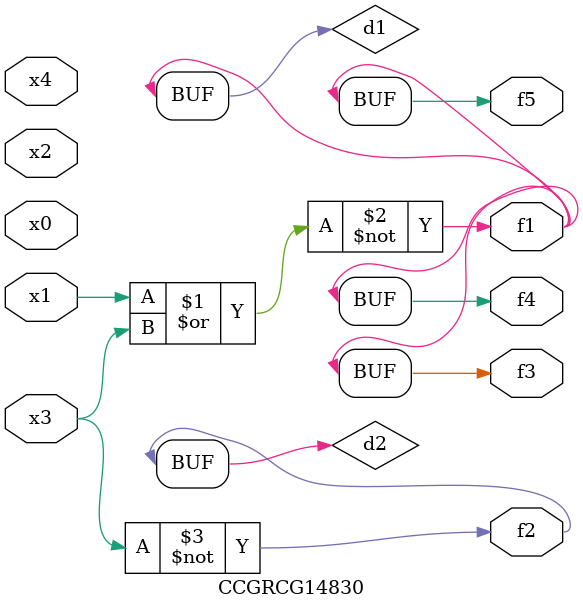
<source format=v>
module CCGRCG14830(
	input x0, x1, x2, x3, x4,
	output f1, f2, f3, f4, f5
);

	wire d1, d2;

	nor (d1, x1, x3);
	not (d2, x3);
	assign f1 = d1;
	assign f2 = d2;
	assign f3 = d1;
	assign f4 = d1;
	assign f5 = d1;
endmodule

</source>
